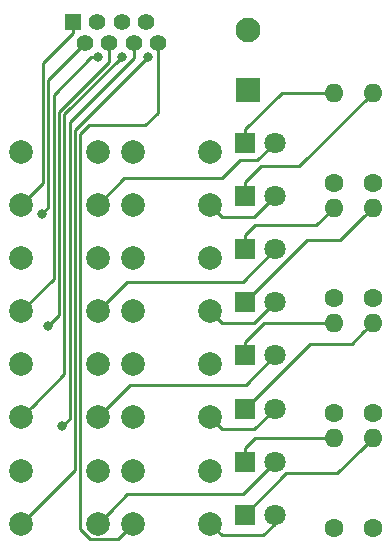
<source format=gbr>
G04 #@! TF.GenerationSoftware,KiCad,Pcbnew,(5.1.4)-1*
G04 #@! TF.CreationDate,2019-12-26T17:04:43+00:00*
G04 #@! TF.ProjectId,SPS-SN2-IOTester,5350532d-534e-4322-9d49-4f5465737465,rev?*
G04 #@! TF.SameCoordinates,Original*
G04 #@! TF.FileFunction,Copper,L1,Top*
G04 #@! TF.FilePolarity,Positive*
%FSLAX46Y46*%
G04 Gerber Fmt 4.6, Leading zero omitted, Abs format (unit mm)*
G04 Created by KiCad (PCBNEW (5.1.4)-1) date 2019-12-26 17:04:43*
%MOMM*%
%LPD*%
G04 APERTURE LIST*
%ADD10R,1.398000X1.398000*%
%ADD11C,1.398000*%
%ADD12O,1.600000X1.600000*%
%ADD13C,1.600000*%
%ADD14C,2.000000*%
%ADD15C,2.100000*%
%ADD16R,2.100000X2.100000*%
%ADD17C,1.800000*%
%ADD18R,1.800000X1.800000*%
%ADD19C,0.800000*%
%ADD20C,0.250000*%
G04 APERTURE END LIST*
D10*
X114670000Y-49250000D03*
D11*
X115690000Y-51030000D03*
X116710000Y-49250000D03*
X117730000Y-51030000D03*
X118750000Y-49250000D03*
X119770000Y-51030000D03*
X120790000Y-49250000D03*
X121810000Y-51030000D03*
D12*
X140000000Y-84500000D03*
D13*
X140000000Y-92120000D03*
D12*
X136750000Y-84500000D03*
D13*
X136750000Y-92120000D03*
D12*
X140000000Y-74750000D03*
D13*
X140000000Y-82370000D03*
D12*
X136750000Y-74750000D03*
D13*
X136750000Y-82370000D03*
D12*
X140000000Y-65000000D03*
D13*
X140000000Y-72620000D03*
D12*
X136750000Y-65000000D03*
D13*
X136750000Y-72620000D03*
D12*
X140000000Y-55250000D03*
D13*
X140000000Y-62870000D03*
D12*
X136750000Y-55250000D03*
D13*
X136750000Y-62870000D03*
D14*
X126250000Y-87250000D03*
X126250000Y-91750000D03*
X119750000Y-87250000D03*
X119750000Y-91750000D03*
X116750000Y-87250000D03*
X116750000Y-91750000D03*
X110250000Y-87250000D03*
X110250000Y-91750000D03*
X126250000Y-78250000D03*
X126250000Y-82750000D03*
X119750000Y-78250000D03*
X119750000Y-82750000D03*
X116750000Y-78250000D03*
X116750000Y-82750000D03*
X110250000Y-78250000D03*
X110250000Y-82750000D03*
X126250000Y-69250000D03*
X126250000Y-73750000D03*
X119750000Y-69250000D03*
X119750000Y-73750000D03*
X116750000Y-69250000D03*
X116750000Y-73750000D03*
X110250000Y-69250000D03*
X110250000Y-73750000D03*
X126250000Y-60250000D03*
X126250000Y-64750000D03*
X119750000Y-60250000D03*
X119750000Y-64750000D03*
X116750000Y-60250000D03*
X116750000Y-64750000D03*
X110250000Y-60250000D03*
X110250000Y-64750000D03*
D15*
X129500000Y-49920000D03*
D16*
X129500000Y-55000000D03*
D17*
X131750000Y-91000000D03*
D18*
X129210000Y-91000000D03*
D17*
X131750000Y-86500000D03*
D18*
X129210000Y-86500000D03*
D17*
X131750000Y-82000000D03*
D18*
X129210000Y-82000000D03*
D17*
X131750000Y-77500000D03*
D18*
X129210000Y-77500000D03*
D17*
X131750000Y-73000000D03*
D18*
X129210000Y-73000000D03*
D17*
X131750000Y-68500000D03*
D18*
X129210000Y-68500000D03*
D17*
X131750000Y-64000000D03*
D18*
X129210000Y-64000000D03*
D17*
X131750000Y-59500000D03*
D18*
X129210000Y-59500000D03*
D19*
X112000000Y-65500000D03*
X116750000Y-52250000D03*
X112500000Y-75000000D03*
X118750000Y-52250000D03*
X113750000Y-83500000D03*
X121000000Y-52250000D03*
D20*
X114670000Y-49250000D02*
X114500000Y-49250000D01*
X135618630Y-55250000D02*
X136750000Y-55250000D01*
X132310000Y-55250000D02*
X135618630Y-55250000D01*
X129210000Y-58350000D02*
X132310000Y-55250000D01*
X129210000Y-59500000D02*
X129210000Y-58350000D01*
X129210000Y-62850000D02*
X130560000Y-61500000D01*
X129210000Y-64000000D02*
X129210000Y-62850000D01*
X133750000Y-61500000D02*
X140000000Y-55250000D01*
X130560000Y-61500000D02*
X133750000Y-61500000D01*
X129210000Y-67350000D02*
X130060000Y-66500000D01*
X129210000Y-68500000D02*
X129210000Y-67350000D01*
X135250000Y-66500000D02*
X136750000Y-65000000D01*
X130060000Y-66500000D02*
X135250000Y-66500000D01*
X139200001Y-65799999D02*
X140000000Y-65000000D01*
X137250000Y-67750000D02*
X139200001Y-65799999D01*
X134460000Y-67750000D02*
X137250000Y-67750000D01*
X129210000Y-73000000D02*
X134460000Y-67750000D01*
X135618630Y-74750000D02*
X136750000Y-74750000D01*
X130810000Y-74750000D02*
X135618630Y-74750000D01*
X129210000Y-76350000D02*
X130810000Y-74750000D01*
X129210000Y-77500000D02*
X129210000Y-76350000D01*
X139200001Y-75549999D02*
X140000000Y-74750000D01*
X138250000Y-76500000D02*
X139200001Y-75549999D01*
X134710000Y-76500000D02*
X138250000Y-76500000D01*
X129210000Y-82000000D02*
X134710000Y-76500000D01*
X135618630Y-84500000D02*
X136750000Y-84500000D01*
X130060000Y-84500000D02*
X135618630Y-84500000D01*
X129210000Y-85350000D02*
X130060000Y-84500000D01*
X129210000Y-86500000D02*
X129210000Y-85350000D01*
X139200001Y-85299999D02*
X140000000Y-84500000D01*
X137000000Y-87500000D02*
X139200001Y-85299999D01*
X132710000Y-87500000D02*
X137000000Y-87500000D01*
X129210000Y-91000000D02*
X132710000Y-87500000D01*
X130250000Y-61000000D02*
X128750000Y-61000000D01*
X131750000Y-59500000D02*
X130250000Y-61000000D01*
X128750000Y-61000000D02*
X127250000Y-62500000D01*
X119000000Y-62500000D02*
X116750000Y-64750000D01*
X127250000Y-62500000D02*
X119000000Y-62500000D01*
X112099930Y-62900070D02*
X110250000Y-64750000D01*
X112099930Y-52769070D02*
X112099930Y-62900070D01*
X114670000Y-49250000D02*
X114670000Y-50199000D01*
X114670000Y-50199000D02*
X112099930Y-52769070D01*
X127249999Y-65749999D02*
X126250000Y-64750000D01*
X130000001Y-65749999D02*
X127249999Y-65749999D01*
X131750000Y-64000000D02*
X130000001Y-65749999D01*
X112549940Y-54170060D02*
X112549940Y-64950060D01*
X115690000Y-51030000D02*
X112549940Y-54170060D01*
X112549940Y-64950060D02*
X112000000Y-65500000D01*
X131750000Y-68500000D02*
X129000000Y-71250000D01*
X119250000Y-71250000D02*
X116750000Y-73750000D01*
X129000000Y-71250000D02*
X119250000Y-71250000D01*
X112999950Y-71000050D02*
X110250000Y-73750000D01*
X112999950Y-55434365D02*
X112999950Y-71000050D01*
X116750000Y-52250000D02*
X116184315Y-52250000D01*
X116184315Y-52250000D02*
X112999950Y-55434365D01*
X127249999Y-74749999D02*
X126250000Y-73750000D01*
X130000001Y-74749999D02*
X127249999Y-74749999D01*
X131750000Y-73000000D02*
X130000001Y-74749999D01*
X117730000Y-52633590D02*
X113449960Y-56913630D01*
X117730000Y-51030000D02*
X117730000Y-52633590D01*
X113449960Y-56913630D02*
X113449960Y-74000000D01*
X113449960Y-74000000D02*
X113449960Y-74050040D01*
X113449960Y-74050040D02*
X112500000Y-75000000D01*
X119500000Y-80000000D02*
X116750000Y-82750000D01*
X131750000Y-77500000D02*
X129250000Y-80000000D01*
X129250000Y-80000000D02*
X119500000Y-80000000D01*
X111249999Y-81750001D02*
X110250000Y-82750000D01*
X113899970Y-79100030D02*
X111249999Y-81750001D01*
X113899970Y-57100030D02*
X113899970Y-79100030D01*
X118750000Y-52250000D02*
X113899970Y-57100030D01*
X127249999Y-83749999D02*
X126250000Y-82750000D01*
X130000000Y-83750000D02*
X127249999Y-83749999D01*
X131750000Y-82000000D02*
X130000000Y-83750000D01*
X114349980Y-57723022D02*
X114349980Y-58263610D01*
X119770000Y-51030000D02*
X119770000Y-52303002D01*
X119770000Y-52303002D02*
X114349980Y-57723022D01*
X114349980Y-58263610D02*
X114349980Y-82750000D01*
X114349980Y-82750000D02*
X114349980Y-82900020D01*
X114349980Y-82900020D02*
X113750000Y-83500000D01*
X117749999Y-90750001D02*
X116750000Y-91750000D01*
X119250000Y-89250000D02*
X117749999Y-90750001D01*
X129000000Y-89250000D02*
X119250000Y-89250000D01*
X131750000Y-86500000D02*
X129000000Y-89250000D01*
X111249999Y-90750001D02*
X110250000Y-91750000D01*
X114799990Y-87200010D02*
X111249999Y-90750001D01*
X114799990Y-58450010D02*
X114799990Y-87200010D01*
X121000000Y-52250000D02*
X114799990Y-58450010D01*
X131750000Y-91000000D02*
X131750000Y-91750000D01*
X127249999Y-92749999D02*
X126250000Y-91750000D01*
X130750001Y-92749999D02*
X127249999Y-92749999D01*
X131750000Y-91750000D02*
X130750001Y-92749999D01*
X118424999Y-93075001D02*
X118750001Y-92749999D01*
X116113999Y-93075001D02*
X118424999Y-93075001D01*
X118750001Y-92749999D02*
X119750000Y-91750000D01*
X115250000Y-92211002D02*
X116113999Y-93075001D01*
X115250000Y-58750000D02*
X115250000Y-92211002D01*
X121810000Y-51030000D02*
X121810000Y-56940000D01*
X121810000Y-56940000D02*
X120750000Y-58000000D01*
X120750000Y-58000000D02*
X116000000Y-58000000D01*
X116000000Y-58000000D02*
X115250000Y-58750000D01*
M02*

</source>
